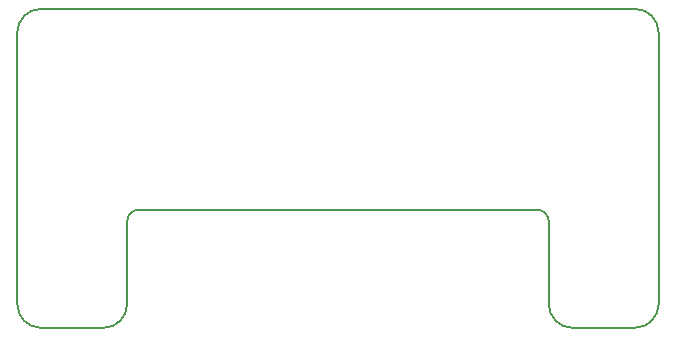
<source format=gbr>
G04 #@! TF.GenerationSoftware,KiCad,Pcbnew,(5.1.9-0-10_14)*
G04 #@! TF.CreationDate,2021-04-08T17:16:22-05:00*
G04 #@! TF.ProjectId,Power Helper,506f7765-7220-4486-956c-7065722e6b69,1*
G04 #@! TF.SameCoordinates,Original*
G04 #@! TF.FileFunction,Profile,NP*
%FSLAX46Y46*%
G04 Gerber Fmt 4.6, Leading zero omitted, Abs format (unit mm)*
G04 Created by KiCad (PCBNEW (5.1.9-0-10_14)) date 2021-04-08 17:16:22*
%MOMM*%
%LPD*%
G01*
G04 APERTURE LIST*
G04 #@! TA.AperFunction,Profile*
%ADD10C,0.200000*%
G04 #@! TD*
G04 APERTURE END LIST*
D10*
X170238000Y-87251001D02*
X170238000Y-110251000D01*
X168237999Y-85251000D02*
G75*
G02*
X170238000Y-87251001I0J-2000001D01*
G01*
X123238000Y-112251000D02*
X117938000Y-112251000D01*
X125238000Y-110251000D02*
G75*
G02*
X123238000Y-112251000I-2000000J0D01*
G01*
X117938000Y-85251000D02*
X168238000Y-85251001D01*
X115937999Y-87250999D02*
G75*
G02*
X117938000Y-85251000I2000000J-1D01*
G01*
X115938000Y-110251000D02*
X115938000Y-87251001D01*
X160938000Y-110251000D02*
X160938000Y-103251000D01*
X162938001Y-112250999D02*
G75*
G02*
X160938000Y-110251000I-1J2000000D01*
G01*
X168238000Y-112251000D02*
X162938000Y-112251000D01*
X170238000Y-110250998D02*
G75*
G02*
X168238000Y-112251000I-2000001J-1D01*
G01*
X159938000Y-102251000D02*
X126238000Y-102251000D01*
X159938000Y-102251000D02*
G75*
G02*
X160938000Y-103251000I0J-1000000D01*
G01*
X117937999Y-112250999D02*
G75*
G02*
X115938000Y-110251000I0J1999999D01*
G01*
X125237999Y-103251000D02*
X125237999Y-110250999D01*
X125238000Y-103251000D02*
G75*
G02*
X126238000Y-102251000I1000000J0D01*
G01*
M02*

</source>
